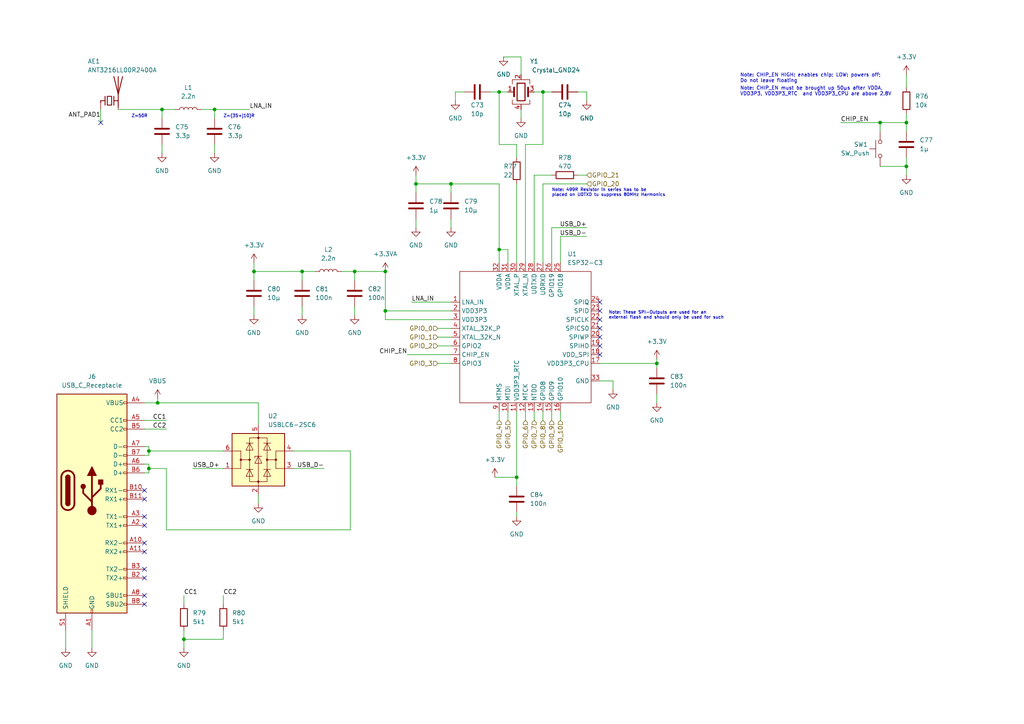
<source format=kicad_sch>
(kicad_sch (version 20211123) (generator eeschema)
  (paper "A4")
  (lib_symbols
    (symbol "Connector:USB_C_Receptacle" (pin_names (offset 1.016))
      (property "Reference" "J" (at -10.16 29.21 0))
      (property "Value" "USB_C_Receptacle" (at 10.16 29.21 0))
      (symbol "USB_C_Receptacle_0_0"
        (rectangle (start -0.254 -35.56) (end 0.254 -34.544))
        (rectangle (start 10.16 -32.766) (end 9.144 -33.274))
        (rectangle (start 10.16 -30.226) (end 9.144 -30.734))
        (rectangle (start 10.16 -25.146) (end 9.144 -25.654))
        (rectangle (start 10.16 -22.606) (end 9.144 -23.114))
        (rectangle (start 10.16 -17.526) (end 9.144 -18.034))
        (rectangle (start 10.16 -14.986) (end 9.144 -15.494))
        (rectangle (start 10.16 -9.906) (end 9.144 -10.414))
        (rectangle (start 10.16 -7.366) (end 9.144 -7.874))
        (rectangle (start 10.16 -2.286) (end 9.144 -2.794))
        (rectangle (start 10.16 0.254) (end 9.144 -0.254))
        (rectangle (start 10.16 5.334) (end 9.144 4.826))
        (rectangle (start 10.16 7.874) (end 9.144 7.366))
        (rectangle (start 10.16 10.414) (end 9.144 9.906))
        (rectangle (start 10.16 12.954) (end 9.144 12.446))
        (rectangle (start 10.16 18.034) (end 9.144 17.526))
        (rectangle (start 10.16 20.574) (end 9.144 20.066))
        (rectangle (start 10.16 25.654) (end 9.144 25.146))
      )
      (symbol "USB_C_Receptacle_0_1"
        (rectangle (start -10.16 27.94) (end 10.16 -35.56) (stroke (width 0.254)) (fill (type background)))
        (arc (start -8.89 -3.81) (mid -6.985 -5.715) (end -5.08 -3.81) (stroke (width 0.508)))
        (arc (start -7.62 -3.81) (mid -6.985 -4.445) (end -6.35 -3.81) (stroke (width 0.254)))
        (arc (start -7.62 -3.81) (mid -6.985 -4.445) (end -6.35 -3.81) (stroke (width 0.254)) (fill (type outline)))
        (rectangle (start -7.62 -3.81) (end -6.35 3.81) (stroke (width 0.254)) (fill (type outline)))
        (arc (start -6.35 3.81) (mid -6.985 4.445) (end -7.62 3.81) (stroke (width 0.254)))
        (arc (start -6.35 3.81) (mid -6.985 4.445) (end -7.62 3.81) (stroke (width 0.254)) (fill (type outline)))
        (arc (start -5.08 3.81) (mid -6.985 5.715) (end -8.89 3.81) (stroke (width 0.508)))
        (polyline (pts (xy -8.89 -3.81) (xy -8.89 3.81)) (stroke (width 0.508)))
        (polyline (pts (xy -5.08 3.81) (xy -5.08 -3.81)) (stroke (width 0.508)))
      )
      (symbol "USB_C_Receptacle_1_1"
        (circle (center -2.54 1.143) (radius 0.635) (stroke (width 0.254)) (fill (type outline)))
        (circle (center 0 -5.842) (radius 1.27) (fill (type outline)))
        (polyline (pts (xy 0 -5.842) (xy 0 4.318)) (stroke (width 0.508)))
        (polyline (pts (xy 0 -3.302) (xy -2.54 -0.762) (xy -2.54 0.508)) (stroke (width 0.508)))
        (polyline (pts (xy 0 -2.032) (xy 2.54 0.508) (xy 2.54 1.778)) (stroke (width 0.508)))
        (polyline (pts (xy -1.27 4.318) (xy 0 6.858) (xy 1.27 4.318) (xy -1.27 4.318)) (stroke (width 0.254)) (fill (type outline)))
        (rectangle (start 1.905 1.778) (end 3.175 3.048) (stroke (width 0.254)) (fill (type outline)))
        (pin passive line (at 0 -40.64 90) (length 5.08) (name "GND") (number "A1"))
        (pin bidirectional line (at 15.24 -15.24 180) (length 5.08) (name "RX2-") (number "A10"))
        (pin bidirectional line (at 15.24 -17.78 180) (length 5.08) (name "RX2+") (number "A11"))
        (pin passive line (at 0 -40.64 90) (length 5.08) hide (name "GND") (number "A12"))
        (pin bidirectional line (at 15.24 -10.16 180) (length 5.08) (name "TX1+") (number "A2"))
        (pin bidirectional line (at 15.24 -7.62 180) (length 5.08) (name "TX1-") (number "A3"))
        (pin passive line (at 15.24 25.4 180) (length 5.08) (name "VBUS") (number "A4"))
        (pin bidirectional line (at 15.24 20.32 180) (length 5.08) (name "CC1") (number "A5"))
        (pin bidirectional line (at 15.24 7.62 180) (length 5.08) (name "D+") (number "A6"))
        (pin bidirectional line (at 15.24 12.7 180) (length 5.08) (name "D-") (number "A7"))
        (pin bidirectional line (at 15.24 -30.48 180) (length 5.08) (name "SBU1") (number "A8"))
        (pin passive line (at 15.24 25.4 180) (length 5.08) hide (name "VBUS") (number "A9"))
        (pin passive line (at 0 -40.64 90) (length 5.08) hide (name "GND") (number "B1"))
        (pin bidirectional line (at 15.24 0 180) (length 5.08) (name "RX1-") (number "B10"))
        (pin bidirectional line (at 15.24 -2.54 180) (length 5.08) (name "RX1+") (number "B11"))
        (pin passive line (at 0 -40.64 90) (length 5.08) hide (name "GND") (number "B12"))
        (pin bidirectional line (at 15.24 -25.4 180) (length 5.08) (name "TX2+") (number "B2"))
        (pin bidirectional line (at 15.24 -22.86 180) (length 5.08) (name "TX2-") (number "B3"))
        (pin passive line (at 15.24 25.4 180) (length 5.08) hide (name "VBUS") (number "B4"))
        (pin bidirectional line (at 15.24 17.78 180) (length 5.08) (name "CC2") (number "B5"))
        (pin bidirectional line (at 15.24 5.08 180) (length 5.08) (name "D+") (number "B6"))
        (pin bidirectional line (at 15.24 10.16 180) (length 5.08) (name "D-") (number "B7"))
        (pin bidirectional line (at 15.24 -33.02 180) (length 5.08) (name "SBU2") (number "B8"))
        (pin passive line (at 15.24 25.4 180) (length 5.08) hide (name "VBUS") (number "B9"))
        (pin passive line (at -7.62 -40.64 90) (length 5.08) (name "SHIELD") (number "S1"))
      )
    )
    (symbol "Device:Antenna_Chip" (pin_numbers hide) (pin_names (offset 1.016) hide)
      (property "Reference" "AE" (at 0 5.08 0))
      (property "Value" "Antenna_Chip" (at 0 3.175 0))
      (symbol "Antenna_Chip_0_1"
        (polyline (pts (xy -2.54 0) (xy -2.54 -0.635)) (stroke (width 0.254)))
        (polyline (pts (xy -2.54 0) (xy -1.27 0)) (stroke (width 0.254)))
        (polyline (pts (xy 1.27 0) (xy 2.54 0)) (stroke (width 0.254)))
        (polyline (pts (xy 1.27 1.27) (xy 1.27 -1.27)) (stroke (width 0.254)))
        (polyline (pts (xy 2.54 -0.635) (xy 2.54 0)))
        (polyline (pts (xy 2.54 6.985) (xy 2.54 -1.905)) (stroke (width 0.254)))
        (polyline (pts (xy -1.27 1.27) (xy -1.27 -1.27) (xy -1.27 0)) (stroke (width 0.254)))
        (polyline (pts (xy 3.81 6.985) (xy 2.54 1.905) (xy 1.27 6.985)) (stroke (width 0.254)))
        (polyline (pts (xy -0.635 1.27) (xy 0.635 1.27) (xy 0.635 -1.27) (xy -0.635 -1.27) (xy -0.635 1.27)) (stroke (width 0.254)))
      )
      (symbol "Antenna_Chip_1_1"
        (pin input line (at -2.54 -2.54 90) (length 2.54) (name "FEED") (number "1"))
        (pin passive line (at 2.54 -2.54 90) (length 2.54) (name "PCB_Trace") (number "2"))
      )
    )
    (symbol "Device:C" (pin_numbers hide) (pin_names (offset 0.254))
      (property "Reference" "C" (at 0.635 2.54 0))
      (property "Value" "C" (at 0.635 -2.54 0))
      (symbol "C_0_1"
        (polyline (pts (xy -2.032 -0.762) (xy 2.032 -0.762)) (stroke (width 0.508)))
        (polyline (pts (xy -2.032 0.762) (xy 2.032 0.762)) (stroke (width 0.508)))
      )
      (symbol "C_1_1"
        (pin passive line (at 0 3.81 270) (length 2.794) (name "~") (number "1"))
        (pin passive line (at 0 -3.81 90) (length 2.794) (name "~") (number "2"))
      )
    )
    (symbol "Device:Crystal_GND24" (pin_names (offset 1.016) hide)
      (property "Reference" "Y" (at 3.175 5.08 0))
      (property "Value" "Crystal_GND24" (at 3.175 3.175 0))
      (symbol "Crystal_GND24_0_1"
        (rectangle (start -1.143 2.54) (end 1.143 -2.54) (stroke (width 0.3048)))
        (polyline (pts (xy -2.54 0) (xy -2.032 0)))
        (polyline (pts (xy -2.032 -1.27) (xy -2.032 1.27)) (stroke (width 0.508)))
        (polyline (pts (xy 0 -3.81) (xy 0 -3.556)))
        (polyline (pts (xy 0 3.556) (xy 0 3.81)))
        (polyline (pts (xy 2.032 -1.27) (xy 2.032 1.27)) (stroke (width 0.508)))
        (polyline (pts (xy 2.032 0) (xy 2.54 0)))
        (polyline (pts (xy -2.54 -2.286) (xy -2.54 -3.556) (xy 2.54 -3.556) (xy 2.54 -2.286)))
        (polyline (pts (xy -2.54 2.286) (xy -2.54 3.556) (xy 2.54 3.556) (xy 2.54 2.286)))
      )
      (symbol "Crystal_GND24_1_1"
        (pin passive line (at -3.81 0 0) (length 1.27) (name "1") (number "1"))
        (pin passive line (at 0 5.08 270) (length 1.27) (name "2") (number "2"))
        (pin passive line (at 3.81 0 180) (length 1.27) (name "3") (number "3"))
        (pin passive line (at 0 -5.08 90) (length 1.27) (name "4") (number "4"))
      )
    )
    (symbol "Device:L" (pin_numbers hide) (pin_names (offset 1.016) hide)
      (property "Reference" "L" (at -1.27 0 90))
      (property "Value" "L" (at 1.905 0 90))
      (symbol "L_0_1"
        (arc (start 0 -2.54) (mid 0.635 -1.905) (end 0 -1.27))
        (arc (start 0 -1.27) (mid 0.635 -0.635) (end 0 0))
        (arc (start 0 0) (mid 0.635 0.635) (end 0 1.27))
        (arc (start 0 1.27) (mid 0.635 1.905) (end 0 2.54))
      )
      (symbol "L_1_1"
        (pin passive line (at 0 3.81 270) (length 1.27) (name "1") (number "1"))
        (pin passive line (at 0 -3.81 90) (length 1.27) (name "2") (number "2"))
      )
    )
    (symbol "Device:R" (pin_numbers hide) (pin_names (offset 0))
      (property "Reference" "R" (at 2.032 0 90))
      (property "Value" "R" (at 0 0 90))
      (symbol "R_0_1"
        (rectangle (start -1.016 -2.54) (end 1.016 2.54) (stroke (width 0.254)))
      )
      (symbol "R_1_1"
        (pin passive line (at 0 3.81 270) (length 1.27) (name "~") (number "1"))
        (pin passive line (at 0 -3.81 90) (length 1.27) (name "~") (number "2"))
      )
    )
    (symbol "Power_Protection:USBLC6-2SC6" (pin_names hide)
      (property "Reference" "U" (at 2.54 8.89 0))
      (property "Value" "USBLC6-2SC6" (at 2.54 -8.89 0))
      (symbol "USBLC6-2SC6_0_1"
        (rectangle (start -7.62 -7.62) (end 7.62 7.62) (stroke (width 0.254)) (fill (type background)))
        (circle (center -5.08 0) (radius 0.254) (fill (type outline)))
        (circle (center -2.54 0) (radius 0.254) (fill (type outline)))
        (rectangle (start -2.54 6.35) (end 2.54 -6.35))
        (circle (center 0 -6.35) (radius 0.254) (fill (type outline)))
        (polyline (pts (xy -5.08 -2.54) (xy -7.62 -2.54)))
        (polyline (pts (xy -5.08 0) (xy -5.08 -2.54)))
        (polyline (pts (xy -5.08 2.54) (xy -7.62 2.54)))
        (polyline (pts (xy -1.524 -2.794) (xy -3.556 -2.794)))
        (polyline (pts (xy -1.524 4.826) (xy -3.556 4.826)))
        (polyline (pts (xy 0 -7.62) (xy 0 -6.35)))
        (polyline (pts (xy 0 -6.35) (xy 0 1.27)))
        (polyline (pts (xy 0 1.27) (xy 0 6.35)))
        (polyline (pts (xy 0 6.35) (xy 0 7.62)))
        (polyline (pts (xy 1.524 -2.794) (xy 3.556 -2.794)))
        (polyline (pts (xy 1.524 4.826) (xy 3.556 4.826)))
        (polyline (pts (xy 5.08 -2.54) (xy 7.62 -2.54)))
        (polyline (pts (xy 5.08 0) (xy 5.08 -2.54)))
        (polyline (pts (xy 5.08 2.54) (xy 7.62 2.54)))
        (polyline (pts (xy -2.54 0) (xy -5.08 0) (xy -5.08 2.54)))
        (polyline (pts (xy 2.54 0) (xy 5.08 0) (xy 5.08 2.54)))
        (polyline (pts (xy -3.556 -4.826) (xy -1.524 -4.826) (xy -2.54 -2.794) (xy -3.556 -4.826)))
        (polyline (pts (xy -3.556 2.794) (xy -1.524 2.794) (xy -2.54 4.826) (xy -3.556 2.794)))
        (polyline (pts (xy -1.016 -1.016) (xy 1.016 -1.016) (xy 0 1.016) (xy -1.016 -1.016)))
        (polyline (pts (xy 1.016 1.016) (xy 0.762 1.016) (xy -1.016 1.016) (xy -1.016 0.508)))
        (polyline (pts (xy 3.556 -4.826) (xy 1.524 -4.826) (xy 2.54 -2.794) (xy 3.556 -4.826)))
        (polyline (pts (xy 3.556 2.794) (xy 1.524 2.794) (xy 2.54 4.826) (xy 3.556 2.794)))
        (circle (center 0 6.35) (radius 0.254) (fill (type outline)))
        (circle (center 2.54 0) (radius 0.254) (fill (type outline)))
        (circle (center 5.08 0) (radius 0.254) (fill (type outline)))
      )
      (symbol "USBLC6-2SC6_1_1"
        (pin passive line (at -10.16 -2.54 0) (length 2.54) (name "I/O1") (number "1"))
        (pin passive line (at 0 -10.16 90) (length 2.54) (name "GND") (number "2"))
        (pin passive line (at 10.16 -2.54 180) (length 2.54) (name "I/O2") (number "3"))
        (pin passive line (at 10.16 2.54 180) (length 2.54) (name "I/O2") (number "4"))
        (pin passive line (at 0 10.16 270) (length 2.54) (name "VBUS") (number "5"))
        (pin passive line (at -10.16 2.54 0) (length 2.54) (name "I/O1") (number "6"))
      )
    )
    (symbol "Switch:SW_Push" (pin_numbers hide) (pin_names (offset 1.016) hide)
      (property "Reference" "SW" (at 1.27 2.54 0))
      (property "Value" "SW_Push" (at 0 -1.524 0))
      (symbol "SW_Push_0_1"
        (circle (center -2.032 0) (radius 0.508))
        (polyline (pts (xy 0 1.27) (xy 0 3.048)))
        (polyline (pts (xy 2.54 1.27) (xy -2.54 1.27)))
        (circle (center 2.032 0) (radius 0.508))
        (pin passive line (at -5.08 0 0) (length 2.54) (name "1") (number "1"))
        (pin passive line (at 5.08 0 180) (length 2.54) (name "2") (number "2"))
      )
    )
    (symbol "esp32:ESP32-C3"
      (property "Reference" "U" (at 7.62 -29.21 0))
      (property "Value" "ESP32-C3" (at 0 0 0))
      (symbol "ESP32-C3_0_1"
        (rectangle (start -19.05 19.05) (end 19.05 -19.05))
      )
      (symbol "ESP32-C3_1_1"
        (pin bidirectional line (at -21.59 10.16 0) (length 2.54) (name "LNA_IN") (number "1"))
        (pin bidirectional line (at -5.08 -21.59 90) (length 2.54) (name "MTDI") (number "10"))
        (pin power_in line (at -2.54 -21.59 90) (length 2.54) (name "VDD3P3_RTC") (number "11"))
        (pin bidirectional line (at 0 -21.59 90) (length 2.54) (name "MTCK") (number "12"))
        (pin bidirectional line (at 2.54 -21.59 90) (length 2.54) (name "NTDO") (number "13"))
        (pin bidirectional line (at 5.08 -21.59 90) (length 2.54) (name "GPIO8") (number "14"))
        (pin bidirectional line (at 7.62 -21.59 90) (length 2.54) (name "GPIO9") (number "15"))
        (pin bidirectional line (at 10.16 -21.59 90) (length 2.54) (name "GPIO10") (number "16"))
        (pin power_in line (at 21.59 -7.62 180) (length 2.54) (name "VDD3P3_CPU") (number "17"))
        (pin bidirectional line (at 21.59 -5.08 180) (length 2.54) (name "VDD_SPI") (number "18"))
        (pin bidirectional line (at 21.59 -2.54 180) (length 2.54) (name "SPIHD") (number "19"))
        (pin power_in line (at -21.59 7.62 0) (length 2.54) (name "VDD3P3") (number "2"))
        (pin bidirectional line (at 21.59 0 180) (length 2.54) (name "SPIWP") (number "20"))
        (pin bidirectional line (at 21.59 2.54 180) (length 2.54) (name "SPICS0") (number "21"))
        (pin bidirectional line (at 21.59 5.08 180) (length 2.54) (name "SPICLK") (number "22"))
        (pin bidirectional line (at 21.59 7.62 180) (length 2.54) (name "SPID") (number "23"))
        (pin bidirectional line (at 21.59 10.16 180) (length 2.54) (name "SPIQ") (number "24"))
        (pin bidirectional line (at 10.16 21.59 270) (length 2.54) (name "GPIO18") (number "25"))
        (pin bidirectional line (at 7.62 21.59 270) (length 2.54) (name "GPIO19") (number "26"))
        (pin bidirectional line (at 5.08 21.59 270) (length 2.54) (name "U0RXD") (number "27"))
        (pin bidirectional line (at 2.54 21.59 270) (length 2.54) (name "U0TXD") (number "28"))
        (pin unspecified line (at 0 21.59 270) (length 2.54) (name "XTAL_N") (number "29"))
        (pin power_in line (at -21.59 5.08 0) (length 2.54) (name "VDD3P3") (number "3"))
        (pin unspecified line (at -2.54 21.59 270) (length 2.54) (name "XTAL_P") (number "30"))
        (pin power_in line (at -5.08 21.59 270) (length 2.54) (name "VDDA") (number "31"))
        (pin power_in line (at -7.62 21.59 270) (length 2.54) (name "VDDA") (number "32"))
        (pin power_in line (at 21.59 -12.7 180) (length 2.54) (name "GND") (number "33"))
        (pin bidirectional line (at -21.59 2.54 0) (length 2.54) (name "XTAL_32K_P") (number "4"))
        (pin bidirectional line (at -21.59 0 0) (length 2.54) (name "XTAL_32K_N") (number "5"))
        (pin bidirectional line (at -21.59 -2.54 0) (length 2.54) (name "GPIO2") (number "6"))
        (pin input line (at -21.59 -5.08 0) (length 2.54) (name "CHIP_EN") (number "7"))
        (pin bidirectional line (at -21.59 -7.62 0) (length 2.54) (name "GPIO3") (number "8"))
        (pin bidirectional line (at -7.62 -21.59 90) (length 2.54) (name "MTMS") (number "9"))
      )
    )
    (symbol "power:+3.3V" (power) (pin_names (offset 0))
      (property "Value" "+3.3V" (at 0 3.556 0))
      (symbol "+3.3V_0_1"
        (polyline (pts (xy -0.762 1.27) (xy 0 2.54)))
        (polyline (pts (xy 0 0) (xy 0 2.54)))
        (polyline (pts (xy 0 2.54) (xy 0.762 1.27)))
      )
      (symbol "+3.3V_1_1"
        (pin power_in line (at 0 0 90) (length 0) hide (name "+3.3V") (number "1"))
      )
    )
    (symbol "power:+3.3VA" (power) (pin_names (offset 0))
      (property "Value" "+3.3VA" (at 0 3.556 0))
      (symbol "+3.3VA_0_1"
        (polyline (pts (xy -0.762 1.27) (xy 0 2.54)))
        (polyline (pts (xy 0 0) (xy 0 2.54)))
        (polyline (pts (xy 0 2.54) (xy 0.762 1.27)))
      )
      (symbol "+3.3VA_1_1"
        (pin power_in line (at 0 0 90) (length 0) hide (name "+3.3VA") (number "1"))
      )
    )
    (symbol "power:GND" (power) (pin_names (offset 0))
      (property "Value" "GND" (at 0 -3.81 0))
      (symbol "GND_0_1"
        (polyline (pts (xy 0 0) (xy 0 -1.27) (xy 1.27 -1.27) (xy 0 -2.54) (xy -1.27 -1.27) (xy 0 -1.27)))
      )
      (symbol "GND_1_1"
        (pin power_in line (at 0 0 270) (length 0) hide (name "GND") (number "1"))
      )
    )
    (symbol "power:VBUS" (power) (pin_names (offset 0))
      (property "Value" "VBUS" (at 0 3.81 0))
      (symbol "VBUS_0_1"
        (polyline (pts (xy -0.762 1.27) (xy 0 2.54)))
        (polyline (pts (xy 0 0) (xy 0 2.54)))
        (polyline (pts (xy 0 2.54) (xy 0.762 1.27)))
      )
      (symbol "VBUS_1_1"
        (pin power_in line (at 0 0 90) (length 0) hide (name "VBUS") (number "1"))
      )
    )
  )
  (junction (at 262.89 48.26))
  (junction (at 144.78 26.67))
  (junction (at 43.18 135.89))
  (junction (at 157.48 26.67))
  (junction (at 120.65 53.34))
  (junction (at 45.72 116.84))
  (junction (at 53.34 185.42))
  (junction (at 62.23 31.75))
  (junction (at 144.78 72.39))
  (junction (at 111.76 78.74))
  (junction (at 262.89 35.56))
  (junction (at 130.81 53.34))
  (junction (at 87.63 78.74))
  (junction (at 255.27 35.56))
  (junction (at 43.18 130.81))
  (junction (at 46.99 31.75))
  (junction (at 149.86 138.43))
  (junction (at 190.5 105.41))
  (junction (at 111.76 90.17))
  (junction (at 102.87 78.74))
  (junction (at 73.66 78.74))
  (no_connect (at 173.99 97.79))
  (no_connect (at 29.21 35.56))
  (no_connect (at 173.99 95.25))
  (no_connect (at 41.91 172.72))
  (no_connect (at 41.91 167.64))
  (no_connect (at 41.91 165.1))
  (no_connect (at 173.99 100.33))
  (no_connect (at 41.91 149.86))
  (no_connect (at 173.99 90.17))
  (no_connect (at 41.91 152.4))
  (no_connect (at 173.99 102.87))
  (no_connect (at 41.91 144.78))
  (no_connect (at 41.91 175.26))
  (no_connect (at 173.99 87.63))
  (no_connect (at 41.91 142.24))
  (no_connect (at 41.91 160.02))
  (no_connect (at 41.91 157.48))
  (no_connect (at 173.99 92.71))
  (wire (pts (xy 147.32 72.39) (xy 144.78 72.39)))
  (wire (pts (xy 151.13 31.75) (xy 151.13 34.29)))
  (wire (pts (xy 157.48 53.34) (xy 157.48 76.2)))
  (wire (pts (xy 99.06 78.74) (xy 102.87 78.74)))
  (wire (pts (xy 102.87 78.74) (xy 102.87 81.28)))
  (wire (pts (xy 73.66 78.74) (xy 73.66 81.28)))
  (wire (pts (xy 144.78 53.34) (xy 130.81 53.34)))
  (wire (pts (xy 157.48 119.38) (xy 157.48 121.92)))
  (wire (pts (xy 53.34 182.88) (xy 53.34 185.42)))
  (wire (pts (xy 120.65 50.8) (xy 120.65 53.34)))
  (wire (pts (xy 173.99 105.41) (xy 190.5 105.41)))
  (wire (pts (xy 132.08 26.67) (xy 132.08 29.21)))
  (wire (pts (xy 262.89 45.72) (xy 262.89 48.26)))
  (wire (pts (xy 243.84 35.56) (xy 255.27 35.56)))
  (wire (pts (xy 74.93 143.51) (xy 74.93 146.05)))
  (wire (pts (xy 160.02 119.38) (xy 160.02 121.92)))
  (wire (pts (xy 190.5 105.41) (xy 190.5 106.68)))
  (wire (pts (xy 45.72 115.57) (xy 45.72 116.84)))
  (wire (pts (xy 149.86 119.38) (xy 149.86 138.43)))
  (wire (pts (xy 87.63 78.74) (xy 91.44 78.74)))
  (wire (pts (xy 255.27 48.26) (xy 262.89 48.26)))
  (wire (pts (xy 157.48 53.34) (xy 170.18 53.34)))
  (wire (pts (xy 177.8 113.03) (xy 177.8 110.49)))
  (wire (pts (xy 130.81 63.5) (xy 130.81 66.04)))
  (wire (pts (xy 262.89 48.26) (xy 262.89 50.8)))
  (wire (pts (xy 144.78 26.67) (xy 147.32 26.67)))
  (wire (pts (xy 43.18 130.81) (xy 43.18 132.08)))
  (wire (pts (xy 149.86 148.59) (xy 149.86 149.86)))
  (wire (pts (xy 46.99 31.75) (xy 50.8 31.75)))
  (wire (pts (xy 43.18 134.62) (xy 43.18 135.89)))
  (wire (pts (xy 55.88 135.89) (xy 64.77 135.89)))
  (wire (pts (xy 101.6 153.67) (xy 48.26 153.67)))
  (wire (pts (xy 62.23 41.91) (xy 62.23 44.45)))
  (wire (pts (xy 62.23 31.75) (xy 62.23 34.29)))
  (wire (pts (xy 111.76 78.74) (xy 111.76 90.17)))
  (wire (pts (xy 41.91 132.08) (xy 43.18 132.08)))
  (wire (pts (xy 58.42 31.75) (xy 62.23 31.75)))
  (wire (pts (xy 41.91 129.54) (xy 43.18 129.54)))
  (wire (pts (xy 53.34 172.72) (xy 53.34 175.26)))
  (wire (pts (xy 262.89 35.56) (xy 262.89 38.1)))
  (wire (pts (xy 29.21 31.75) (xy 29.21 35.56)))
  (wire (pts (xy 73.66 76.2) (xy 73.66 78.74)))
  (wire (pts (xy 147.32 119.38) (xy 147.32 121.92)))
  (wire (pts (xy 111.76 90.17) (xy 111.76 92.71)))
  (wire (pts (xy 127 100.33) (xy 130.81 100.33)))
  (wire (pts (xy 170.18 26.67) (xy 167.64 26.67)))
  (wire (pts (xy 19.05 182.88) (xy 19.05 187.96)))
  (wire (pts (xy 43.18 130.81) (xy 64.77 130.81)))
  (wire (pts (xy 144.78 41.91) (xy 149.86 41.91)))
  (wire (pts (xy 160.02 66.04) (xy 170.18 66.04)))
  (wire (pts (xy 43.18 135.89) (xy 43.18 137.16)))
  (wire (pts (xy 45.72 116.84) (xy 41.91 116.84)))
  (wire (pts (xy 64.77 172.72) (xy 64.77 175.26)))
  (wire (pts (xy 255.27 35.56) (xy 262.89 35.56)))
  (wire (pts (xy 101.6 130.81) (xy 101.6 153.67)))
  (wire (pts (xy 127 97.79) (xy 130.81 97.79)))
  (wire (pts (xy 144.78 53.34) (xy 144.78 72.39)))
  (wire (pts (xy 73.66 88.9) (xy 73.66 91.44)))
  (wire (pts (xy 102.87 88.9) (xy 102.87 91.44)))
  (wire (pts (xy 190.5 104.14) (xy 190.5 105.41)))
  (wire (pts (xy 127 105.41) (xy 130.81 105.41)))
  (wire (pts (xy 151.13 16.51) (xy 146.05 16.51)))
  (wire (pts (xy 152.4 76.2) (xy 152.4 41.91)))
  (wire (pts (xy 143.51 138.43) (xy 149.86 138.43)))
  (wire (pts (xy 160.02 66.04) (xy 160.02 76.2)))
  (wire (pts (xy 162.56 68.58) (xy 170.18 68.58)))
  (wire (pts (xy 46.99 34.29) (xy 46.99 31.75)))
  (wire (pts (xy 154.94 50.8) (xy 154.94 76.2)))
  (wire (pts (xy 43.18 137.16) (xy 41.91 137.16)))
  (wire (pts (xy 144.78 119.38) (xy 144.78 121.92)))
  (wire (pts (xy 170.18 29.21) (xy 170.18 26.67)))
  (wire (pts (xy 53.34 185.42) (xy 53.34 187.96)))
  (wire (pts (xy 48.26 153.67) (xy 48.26 135.89)))
  (wire (pts (xy 111.76 92.71) (xy 130.81 92.71)))
  (wire (pts (xy 142.24 26.67) (xy 144.78 26.67)))
  (wire (pts (xy 262.89 21.59) (xy 262.89 25.4)))
  (wire (pts (xy 119.38 87.63) (xy 130.81 87.63)))
  (wire (pts (xy 154.94 50.8) (xy 160.02 50.8)))
  (wire (pts (xy 157.48 41.91) (xy 157.48 26.67)))
  (wire (pts (xy 41.91 134.62) (xy 43.18 134.62)))
  (wire (pts (xy 262.89 33.02) (xy 262.89 35.56)))
  (wire (pts (xy 111.76 78.74) (xy 102.87 78.74)))
  (wire (pts (xy 111.76 90.17) (xy 130.81 90.17)))
  (wire (pts (xy 162.56 119.38) (xy 162.56 121.92)))
  (wire (pts (xy 62.23 31.75) (xy 72.39 31.75)))
  (wire (pts (xy 144.78 26.67) (xy 144.78 41.91)))
  (wire (pts (xy 118.11 102.87) (xy 130.81 102.87)))
  (wire (pts (xy 87.63 88.9) (xy 87.63 91.44)))
  (wire (pts (xy 127 95.25) (xy 130.81 95.25)))
  (wire (pts (xy 41.91 124.46) (xy 48.26 124.46)))
  (wire (pts (xy 130.81 53.34) (xy 130.81 55.88)))
  (wire (pts (xy 120.65 53.34) (xy 130.81 53.34)))
  (wire (pts (xy 48.26 135.89) (xy 43.18 135.89)))
  (wire (pts (xy 46.99 41.91) (xy 46.99 44.45)))
  (wire (pts (xy 154.94 119.38) (xy 154.94 121.92)))
  (wire (pts (xy 73.66 78.74) (xy 87.63 78.74)))
  (wire (pts (xy 152.4 41.91) (xy 157.48 41.91)))
  (wire (pts (xy 152.4 119.38) (xy 152.4 121.92)))
  (wire (pts (xy 26.67 182.88) (xy 26.67 187.96)))
  (wire (pts (xy 190.5 114.3) (xy 190.5 116.84)))
  (wire (pts (xy 87.63 81.28) (xy 87.63 78.74)))
  (wire (pts (xy 147.32 76.2) (xy 147.32 72.39)))
  (wire (pts (xy 157.48 26.67) (xy 160.02 26.67)))
  (wire (pts (xy 177.8 110.49) (xy 173.99 110.49)))
  (wire (pts (xy 149.86 41.91) (xy 149.86 45.72)))
  (wire (pts (xy 64.77 182.88) (xy 64.77 185.42)))
  (wire (pts (xy 34.29 31.75) (xy 46.99 31.75)))
  (wire (pts (xy 255.27 35.56) (xy 255.27 38.1)))
  (wire (pts (xy 74.93 116.84) (xy 74.93 123.19)))
  (wire (pts (xy 144.78 72.39) (xy 144.78 76.2)))
  (wire (pts (xy 64.77 185.42) (xy 53.34 185.42)))
  (wire (pts (xy 85.09 130.81) (xy 101.6 130.81)))
  (wire (pts (xy 45.72 116.84) (xy 74.93 116.84)))
  (wire (pts (xy 43.18 129.54) (xy 43.18 130.81)))
  (wire (pts (xy 151.13 21.59) (xy 151.13 16.51)))
  (wire (pts (xy 134.62 26.67) (xy 132.08 26.67)))
  (wire (pts (xy 149.86 53.34) (xy 149.86 76.2)))
  (wire (pts (xy 120.65 63.5) (xy 120.65 66.04)))
  (wire (pts (xy 41.91 121.92) (xy 48.26 121.92)))
  (wire (pts (xy 120.65 55.88) (xy 120.65 53.34)))
  (wire (pts (xy 149.86 138.43) (xy 149.86 140.97)))
  (wire (pts (xy 162.56 68.58) (xy 162.56 76.2)))
  (wire (pts (xy 154.94 26.67) (xy 157.48 26.67)))
  (wire (pts (xy 85.09 135.89) (xy 93.98 135.89)))
  (wire (pts (xy 170.18 50.8) (xy 167.64 50.8)))
  (text "Note: 499R Resistor in series has to be \nplaced on U0TXD tu suppress 80MHz Harmonics" (at 160.02 57.15 0) (effects (font (size 0.889 0.889)) (justify left bottom)))
  (text "Note: CHIP_EN must be brought up 50µs after VDDA, \nVDD3P3, VDD3P3_RTC  and VDD3P3_CPU are above 2.8V" (at 214.63 27.94 0) (effects (font (size 1.016 1.016)) (justify left bottom)))
  (text "Note: CHIP_EN HIGH: enables chip; LOW: powers off;\nDo not leave floating" (at 214.63 24.13 0) (effects (font (size 1.016 1.016)) (justify left bottom)))
  (text "Z=50R" (at 38.1 34.29 0) (effects (font (size 0.889 0.889)) (justify left bottom)))
  (text "Note: These SPI-Outputs are used for an \nexternal flash and should only be used for such" (at 176.53 92.71 0) (effects (font (size 0.889 0.889)) (justify left bottom)))
  (text "Z=(35+j10)R" (at 64.77 34.29 0) (effects (font (size 0.889 0.889)) (justify left bottom)))
  (label "CC2" (at 48.26 124.46 180))
  (label "USB_D-" (at 170.18 68.58 180))
  (label "USB_D+" (at 55.88 135.89 0))
  (label "CC1" (at 53.34 172.72 0))
  (label "USB_D+" (at 170.18 66.04 180))
  (label "CC2" (at 64.77 172.72 0))
  (label "CHIP_EN" (at 243.84 35.56 0))
  (label "LNA_IN" (at 72.39 31.75 0))
  (label "CC1" (at 48.26 121.92 180))
  (label "USB_D-" (at 93.98 135.89 180))
  (label "ANT_PAD1" (at 29.21 34.29 180))
  (label "LNA_IN" (at 119.38 87.63 0))
  (label "CHIP_EN" (at 118.11 102.87 180))
  (hierarchical_label "GPIO_9" (shape input) (at 160.02 121.92 270))
  (hierarchical_label "GPIO_6" (shape input) (at 152.4 121.92 270))
  (hierarchical_label "GPIO_10" (shape input) (at 162.56 121.92 270))
  (hierarchical_label "GPIO_4" (shape input) (at 144.78 121.92 270))
  (hierarchical_label "GPIO_21" (shape input) (at 170.18 50.8 0))
  (hierarchical_label "GPIO_20" (shape input) (at 170.18 53.34 0))
  (hierarchical_label "GPIO_5" (shape input) (at 147.32 121.92 270))
  (hierarchical_label "GPIO_3" (shape input) (at 127 105.41 180))
  (hierarchical_label "GPIO_1" (shape input) (at 127 97.79 180))
  (hierarchical_label "GPIO_0" (shape input) (at 127 95.25 180))
  (hierarchical_label "GPIO_2" (shape input) (at 127 100.33 180))
  (hierarchical_label "GPIO_7" (shape input) (at 154.94 121.92 270))
  (hierarchical_label "GPIO_8" (shape input) (at 157.48 121.92 270))
  (symbol (lib_id "power:GND") (at 130.81 66.04 0) (unit 1)
    (property "Reference" "#PWR0240" (effects hide))
    (property "Value" "GND" (at 130.81 71.12 0))
  )
  (symbol (lib_id "Device:R") (at 53.34 179.07 0) (unit 1)
    (property "Reference" "R79" (at 55.88 177.7999 0) (effects (justify left)))
    (property "Value" "5k1" (at 55.88 180.3399 0) (effects (justify left)))
    (property "Footprint" "Resistor_SMD:R_0603_1608Metric" (effects hide))
  )
  (symbol (lib_id "power:GND") (at 102.87 91.44 0) (unit 1)
    (property "Reference" "#PWR0245" (effects hide))
    (property "Value" "GND" (at 102.87 96.52 0))
  )
  (symbol (lib_id "power:GND") (at 62.23 44.45 0) (unit 1)
    (property "Reference" "#PWR0236" (effects hide))
    (property "Value" "GND" (at 62.23 49.53 0))
  )
  (symbol (lib_id "power:GND") (at 151.13 34.29 0) (unit 1)
    (property "Reference" "#PWR0233" (effects hide))
    (property "Value" "GND" (at 151.13 39.37 0))
  )
  (symbol (lib_id "Device:Crystal_GND24") (at 151.13 26.67 0) (unit 1)
    (property "Reference" "Y1" (at 154.94 17.78 0))
    (property "Value" "Crystal_GND24" (at 161.29 20.32 0))
    (property "Footprint" "Crystal:Crystal_SMD_3225-4Pin_3.2x2.5mm" (effects hide))
  )
  (symbol (lib_id "Switch:SW_Push") (at 255.27 43.18 90) (unit 1)
    (property "Reference" "SW1" (at 247.65 41.91 90) (effects (justify right)))
    (property "Value" "SW_Push" (at 243.84 44.45 90) (effects (justify right)))
  )
  (symbol (lib_id "power:+3.3VA") (at 111.76 78.74 0) (unit 1)
    (property "Reference" "#PWR0242" (effects hide))
    (property "Value" "+3.3VA" (at 111.76 73.66 0))
  )
  (symbol (lib_id "power:GND") (at 120.65 66.04 0) (unit 1)
    (property "Reference" "#PWR0239" (effects hide))
    (property "Value" "GND" (at 120.65 71.12 0))
  )
  (symbol (lib_id "Device:L") (at 95.25 78.74 90) (unit 1)
    (property "Reference" "L2" (at 95.25 72.39 90))
    (property "Value" "2.2n" (at 95.25 74.93 90))
    (property "Footprint" "Inductor_SMD:L_0603_1608Metric" (effects hide))
  )
  (symbol (lib_id "Device:C") (at 138.43 26.67 90) (unit 1)
    (property "Reference" "C73" (at 138.43 30.48 90))
    (property "Value" "10p" (at 138.43 33.02 90))
    (property "Footprint" "Capacitor_SMD:C_0603_1608Metric" (effects hide))
  )
  (symbol (lib_id "Device:C") (at 163.83 26.67 90) (unit 1)
    (property "Reference" "C74" (at 163.83 30.48 90))
    (property "Value" "10p" (at 163.83 33.02 90))
    (property "Footprint" "Capacitor_SMD:C_0603_1608Metric" (effects hide))
  )
  (symbol (lib_id "Device:C") (at 73.66 85.09 0) (unit 1)
    (property "Reference" "C80" (at 77.47 83.8199 0) (effects (justify left)))
    (property "Value" "10µ" (at 77.47 86.3599 0) (effects (justify left)))
    (property "Footprint" "Capacitor_SMD:C_0603_1608Metric" (effects hide))
  )
  (symbol (lib_id "Device:L") (at 54.61 31.75 90) (unit 1)
    (property "Reference" "L1" (at 54.61 25.4 90))
    (property "Value" "2.2n" (at 54.61 27.94 90))
    (property "Footprint" "Inductor_SMD:L_0603_1608Metric" (effects hide))
  )
  (symbol (lib_id "Connector:USB_C_Receptacle") (at 26.67 142.24 0) (unit 1)
    (property "Reference" "J6" (at 26.67 109.22 0))
    (property "Value" "USB_C_Receptacle" (at 26.67 111.76 0))
    (property "Footprint" "USB_C:USB_C_MOLEX_1054500101" (effects hide))
    (property "Datasheet" "https://www.usb.org/sites/default/files/documents/usb_type-c.zip" (effects hide))
  )
  (symbol (lib_id "power:GND") (at 87.63 91.44 0) (unit 1)
    (property "Reference" "#PWR0244" (effects hide))
    (property "Value" "GND" (at 87.63 96.52 0))
  )
  (symbol (lib_id "power:GND") (at 26.67 187.96 0) (unit 1)
    (property "Reference" "#PWR0253" (effects hide))
    (property "Value" "GND" (at 26.67 193.04 0))
  )
  (symbol (lib_id "power:+3.3V") (at 120.65 50.8 0) (unit 1)
    (property "Reference" "#PWR0237" (effects hide))
    (property "Value" "+3.3V" (at 120.65 45.72 0))
  )
  (symbol (lib_id "Device:C") (at 120.65 59.69 0) (unit 1)
    (property "Reference" "C78" (at 124.46 58.4199 0) (effects (justify left)))
    (property "Value" "1µ" (at 124.46 60.9599 0) (effects (justify left)))
    (property "Footprint" "Capacitor_SMD:C_0603_1608Metric" (effects hide))
  )
  (symbol (lib_id "Power_Protection:USBLC6-2SC6") (at 74.93 133.35 0) (unit 1)
    (property "Reference" "U2" (at 77.6987 120.65 0) (effects (justify left)))
    (property "Value" "USBLC6-2SC6" (at 77.6987 123.19 0) (effects (justify left)))
    (property "Footprint" "Package_TO_SOT_SMD:SOT-23-6" (effects hide))
    (property "Datasheet" "https://www.st.com/resource/en/datasheet/usblc6-2.pdf" (effects hide))
  )
  (symbol (lib_id "power:GND") (at 190.5 116.84 0) (unit 1)
    (property "Reference" "#PWR0249" (effects hide))
    (property "Value" "GND" (at 190.5 121.92 0))
  )
  (symbol (lib_id "power:GND") (at 149.86 149.86 0) (unit 1)
    (property "Reference" "#PWR0251" (effects hide))
    (property "Value" "GND" (at 149.86 154.94 0))
  )
  (symbol (lib_id "Device:C") (at 262.89 41.91 0) (unit 1)
    (property "Reference" "C77" (at 266.7 40.6399 0) (effects (justify left)))
    (property "Value" "1µ" (at 266.7 43.1799 0) (effects (justify left)))
    (property "Footprint" "Capacitor_SMD:C_0603_1608Metric" (effects hide))
  )
  (symbol (lib_id "power:GND") (at 53.34 187.96 0) (unit 1)
    (property "Reference" "#PWR0254" (effects hide))
    (property "Value" "GND" (at 53.34 193.04 0))
  )
  (symbol (lib_id "Device:R") (at 149.86 49.53 0) (unit 1)
    (property "Reference" "R77" (at 146.05 48.26 0) (effects (justify left)))
    (property "Value" "22" (at 146.05 50.8 0) (effects (justify left)))
    (property "Footprint" "Resistor_SMD:R_0603_1608Metric" (effects hide))
  )
  (symbol (lib_id "power:GND") (at 19.05 187.96 0) (unit 1)
    (property "Reference" "#PWR0255" (effects hide))
    (property "Value" "GND" (at 19.05 193.04 0))
  )
  (symbol (lib_id "power:GND") (at 170.18 29.21 0) (unit 1)
    (property "Reference" "#PWR0232" (effects hide))
    (property "Value" "GND" (at 170.18 34.29 0))
  )
  (symbol (lib_id "power:GND") (at 146.05 16.51 0) (unit 1)
    (property "Reference" "#PWR0229" (effects hide))
    (property "Value" "GND" (at 146.05 21.59 0))
  )
  (symbol (lib_id "power:+3.3V") (at 262.89 21.59 0) (unit 1)
    (property "Reference" "#PWR0230" (effects hide))
    (property "Value" "+3.3V" (at 262.89 16.51 0))
  )
  (symbol (lib_id "Device:R") (at 262.89 29.21 0) (unit 1)
    (property "Reference" "R76" (at 265.43 27.9399 0) (effects (justify left)))
    (property "Value" "10k" (at 265.43 30.4799 0) (effects (justify left)))
    (property "Footprint" "Resistor_SMD:R_0603_1608Metric" (effects hide))
  )
  (symbol (lib_id "power:+3.3V") (at 190.5 104.14 0) (unit 1)
    (property "Reference" "#PWR0246" (effects hide))
    (property "Value" "+3.3V" (at 190.5 99.06 0))
  )
  (symbol (lib_id "power:+3.3V") (at 143.51 138.43 0) (unit 1)
    (property "Reference" "#PWR0250" (effects hide))
    (property "Value" "+3.3V" (at 143.51 133.35 0))
  )
  (symbol (lib_id "Device:Antenna_Chip") (at 31.75 29.21 0) (unit 1)
    (property "Reference" "AE1" (at 25.4 17.78 0) (effects (justify left)))
    (property "Value" "ANT3216LL00R2400A" (at 25.4 20.32 0) (effects (justify left)))
    (property "Footprint" "antenna:ANT3216LL00R2400A" (effects hide))
  )
  (symbol (lib_id "Device:C") (at 46.99 38.1 0) (unit 1)
    (property "Reference" "C75" (at 50.8 36.8299 0) (effects (justify left)))
    (property "Value" "3.3p" (at 50.8 39.3699 0) (effects (justify left)))
    (property "Footprint" "Capacitor_SMD:C_0603_1608Metric" (effects hide))
  )
  (symbol (lib_id "power:GND") (at 177.8 113.03 0) (unit 1)
    (property "Reference" "#PWR0247" (effects hide))
    (property "Value" "GND" (at 177.8 118.11 0))
  )
  (symbol (lib_id "power:VBUS") (at 45.72 115.57 0) (unit 1)
    (property "Reference" "#PWR0248" (effects hide))
    (property "Value" "VBUS" (at 45.72 110.49 0))
  )
  (symbol (lib_id "Device:C") (at 149.86 144.78 0) (unit 1)
    (property "Reference" "C84" (at 153.67 143.5099 0) (effects (justify left)))
    (property "Value" "100n" (at 153.67 146.0499 0) (effects (justify left)))
    (property "Footprint" "Capacitor_SMD:C_0603_1608Metric" (effects hide))
  )
  (symbol (lib_id "Device:C") (at 62.23 38.1 0) (unit 1)
    (property "Reference" "C76" (at 66.04 36.8299 0) (effects (justify left)))
    (property "Value" "3.3p" (at 66.04 39.3699 0) (effects (justify left)))
    (property "Footprint" "Capacitor_SMD:C_0603_1608Metric" (effects hide))
  )
  (symbol (lib_id "power:GND") (at 132.08 29.21 0) (unit 1)
    (property "Reference" "#PWR0231" (effects hide))
    (property "Value" "GND" (at 132.08 34.29 0))
  )
  (symbol (lib_id "Device:C") (at 190.5 110.49 0) (unit 1)
    (property "Reference" "C83" (at 194.31 109.2199 0) (effects (justify left)))
    (property "Value" "100n" (at 194.31 111.7599 0) (effects (justify left)))
    (property "Footprint" "Capacitor_SMD:C_0603_1608Metric" (effects hide))
  )
  (symbol (lib_id "power:GND") (at 46.99 44.45 0) (unit 1)
    (property "Reference" "#PWR0235" (effects hide))
    (property "Value" "GND" (at 46.99 49.53 0))
  )
  (symbol (lib_id "power:GND") (at 74.93 146.05 0) (unit 1)
    (property "Reference" "#PWR0252" (effects hide))
    (property "Value" "GND" (at 74.93 151.13 0))
  )
  (symbol (lib_id "Device:C") (at 102.87 85.09 0) (unit 1)
    (property "Reference" "C82" (at 106.68 83.8199 0) (effects (justify left)))
    (property "Value" "100n" (at 106.68 86.3599 0) (effects (justify left)))
    (property "Footprint" "Capacitor_SMD:C_0603_1608Metric" (effects hide))
  )
  (symbol (lib_id "Device:R") (at 64.77 179.07 0) (unit 1)
    (property "Reference" "R80" (at 67.31 177.7999 0) (effects (justify left)))
    (property "Value" "5k1" (at 67.31 180.3399 0) (effects (justify left)))
    (property "Footprint" "Resistor_SMD:R_0603_1608Metric" (effects hide))
  )
  (symbol (lib_id "esp32:ESP32-C3") (at 152.4 97.79 0) (unit 1)
    (property "Reference" "U1" (at 164.5794 73.66 0) (effects (justify left)))
    (property "Value" "ESP32-C3" (at 164.5794 76.2 0) (effects (justify left)))
    (property "Footprint" "Package_DFN_QFN:QFN-32-1EP_5x5mm_P0.5mm_EP3.3x3.3mm_ThermalVias" (effects hide))
  )
  (symbol (lib_id "power:+3.3V") (at 73.66 76.2 0) (unit 1)
    (property "Reference" "#PWR0241" (effects hide))
    (property "Value" "+3.3V" (at 73.66 71.12 0))
  )
  (symbol (lib_id "power:GND") (at 73.66 91.44 0) (unit 1)
    (property "Reference" "#PWR0243" (effects hide))
    (property "Value" "GND" (at 73.66 96.52 0))
  )
  (symbol (lib_id "Device:C") (at 130.81 59.69 0) (unit 1)
    (property "Reference" "C79" (at 134.62 58.4199 0) (effects (justify left)))
    (property "Value" "10µ" (at 134.62 60.9599 0) (effects (justify left)))
    (property "Footprint" "Capacitor_SMD:C_0603_1608Metric" (effects hide))
  )
  (symbol (lib_id "power:GND") (at 262.89 50.8 0) (unit 1)
    (property "Reference" "#PWR0238" (effects hide))
    (property "Value" "GND" (at 262.89 55.88 0))
  )
  (symbol (lib_id "Device:R") (at 163.83 50.8 90) (unit 1)
    (property "Reference" "R78" (at 163.83 45.72 90))
    (property "Value" "470" (at 163.83 48.26 90))
    (property "Footprint" "Resistor_SMD:R_0603_1608Metric" (effects hide))
  )
  (symbol (lib_id "Device:C") (at 87.63 85.09 0) (unit 1)
    (property "Reference" "C81" (at 91.44 83.8199 0) (effects (justify left)))
    (property "Value" "100n" (at 91.44 86.3599 0) (effects (justify left)))
    (property "Footprint" "Capacitor_SMD:C_0603_1608Metric" (effects hide))
  )
)
</source>
